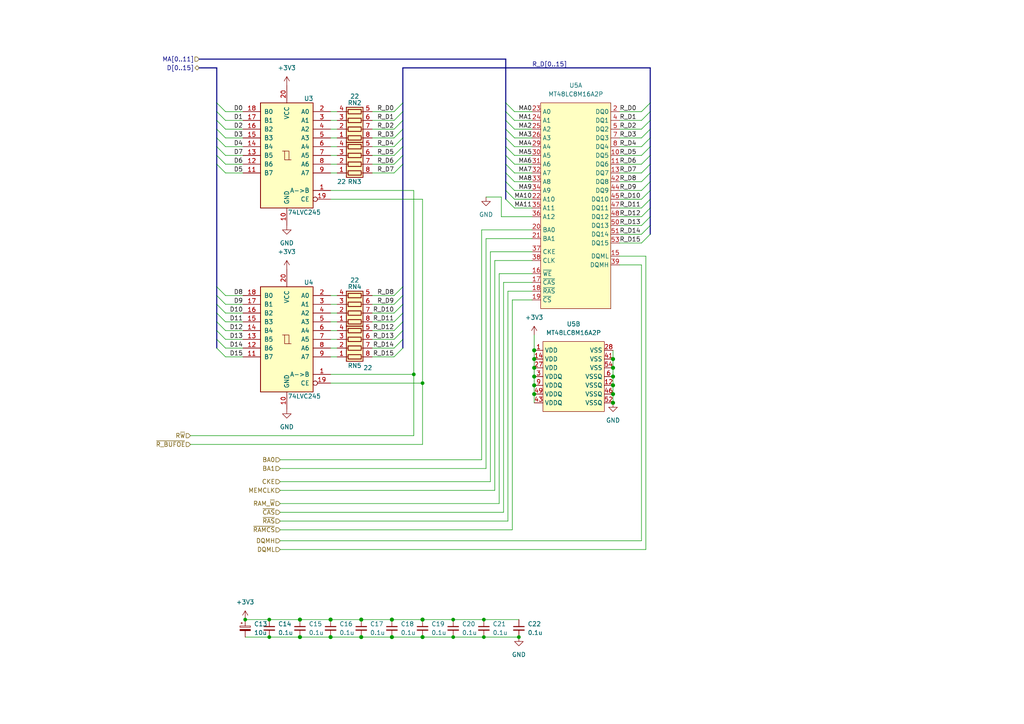
<source format=kicad_sch>
(kicad_sch (version 20211123) (generator eeschema)
  (paper "A4")
  (lib_symbols
    (symbol "74xx:74HC245" (pin_names (offset 1.016))
      (property "Reference" "U" (at -7.62 16.51 0))
      (property "Value" "74HC245" (at -7.62 -16.51 0))
      (symbol "74HC245_1_0"
        (polyline (pts (xy -0.635 -1.27) (xy -0.635 1.27) (xy 0.635 1.27)))
        (polyline (pts (xy -1.27 -1.27) (xy 0.635 -1.27) (xy 0.635 1.27) (xy 1.27 1.27)))
        (pin input line (at -12.7 -10.16 0) (length 5.08) (name "A->B") (number "1"))
        (pin power_in line (at 0 -20.32 90) (length 5.08) (name "GND") (number "10"))
        (pin tri_state line (at 12.7 -5.08 180) (length 5.08) (name "B7") (number "11"))
        (pin tri_state line (at 12.7 -2.54 180) (length 5.08) (name "B6") (number "12"))
        (pin tri_state line (at 12.7 0 180) (length 5.08) (name "B5") (number "13"))
        (pin tri_state line (at 12.7 2.54 180) (length 5.08) (name "B4") (number "14"))
        (pin tri_state line (at 12.7 5.08 180) (length 5.08) (name "B3") (number "15"))
        (pin tri_state line (at 12.7 7.62 180) (length 5.08) (name "B2") (number "16"))
        (pin tri_state line (at 12.7 10.16 180) (length 5.08) (name "B1") (number "17"))
        (pin tri_state line (at 12.7 12.7 180) (length 5.08) (name "B0") (number "18"))
        (pin input inverted (at -12.7 -12.7 0) (length 5.08) (name "CE") (number "19"))
        (pin tri_state line (at -12.7 12.7 0) (length 5.08) (name "A0") (number "2"))
        (pin power_in line (at 0 20.32 270) (length 5.08) (name "VCC") (number "20"))
        (pin tri_state line (at -12.7 10.16 0) (length 5.08) (name "A1") (number "3"))
        (pin tri_state line (at -12.7 7.62 0) (length 5.08) (name "A2") (number "4"))
        (pin tri_state line (at -12.7 5.08 0) (length 5.08) (name "A3") (number "5"))
        (pin tri_state line (at -12.7 2.54 0) (length 5.08) (name "A4") (number "6"))
        (pin tri_state line (at -12.7 0 0) (length 5.08) (name "A5") (number "7"))
        (pin tri_state line (at -12.7 -2.54 0) (length 5.08) (name "A6") (number "8"))
        (pin tri_state line (at -12.7 -5.08 0) (length 5.08) (name "A7") (number "9"))
      )
      (symbol "74HC245_1_1"
        (rectangle (start -7.62 15.24) (end 7.62 -15.24) (stroke (width 0.254)) (fill (type background)))
      )
    )
    (symbol "Device:C_Polarized_Small" (pin_numbers hide) (pin_names (offset 0.254) hide)
      (property "Reference" "C" (at 0.254 1.778 0))
      (property "Value" "C_Polarized_Small" (at 0.254 -2.032 0))
      (symbol "C_Polarized_Small_0_1"
        (rectangle (start -1.524 -0.3048) (end 1.524 -0.6858) (fill (type outline)))
        (rectangle (start -1.524 0.6858) (end 1.524 0.3048))
        (polyline (pts (xy -1.27 1.524) (xy -0.762 1.524)))
        (polyline (pts (xy -1.016 1.27) (xy -1.016 1.778)))
      )
      (symbol "C_Polarized_Small_1_1"
        (pin passive line (at 0 2.54 270) (length 1.8542) (name "~") (number "1"))
        (pin passive line (at 0 -2.54 90) (length 1.8542) (name "~") (number "2"))
      )
    )
    (symbol "Device:C_Small" (pin_numbers hide) (pin_names (offset 0.254) hide)
      (property "Reference" "C" (at 0.254 1.778 0))
      (property "Value" "C_Small" (at 0.254 -2.032 0))
      (symbol "C_Small_0_1"
        (polyline (pts (xy -1.524 -0.508) (xy 1.524 -0.508)) (stroke (width 0.3302)))
        (polyline (pts (xy -1.524 0.508) (xy 1.524 0.508)) (stroke (width 0.3048)))
      )
      (symbol "C_Small_1_1"
        (pin passive line (at 0 2.54 270) (length 2.032) (name "~") (number "1"))
        (pin passive line (at 0 -2.54 90) (length 2.032) (name "~") (number "2"))
      )
    )
    (symbol "Device:R_Pack04" (pin_names (offset 0) hide)
      (property "Reference" "RN" (at -7.62 0 90))
      (property "Value" "R_Pack04" (at 5.08 0 90))
      (symbol "R_Pack04_0_1"
        (rectangle (start -6.35 -2.413) (end 3.81 2.413) (stroke (width 0.254)) (fill (type background)))
        (rectangle (start -5.715 1.905) (end -4.445 -1.905) (stroke (width 0.254)))
        (rectangle (start -3.175 1.905) (end -1.905 -1.905) (stroke (width 0.254)))
        (rectangle (start -0.635 1.905) (end 0.635 -1.905) (stroke (width 0.254)))
        (polyline (pts (xy -5.08 -2.54) (xy -5.08 -1.905)))
        (polyline (pts (xy -5.08 1.905) (xy -5.08 2.54)))
        (polyline (pts (xy -2.54 -2.54) (xy -2.54 -1.905)))
        (polyline (pts (xy -2.54 1.905) (xy -2.54 2.54)))
        (polyline (pts (xy 0 -2.54) (xy 0 -1.905)))
        (polyline (pts (xy 0 1.905) (xy 0 2.54)))
        (polyline (pts (xy 2.54 -2.54) (xy 2.54 -1.905)))
        (polyline (pts (xy 2.54 1.905) (xy 2.54 2.54)))
        (rectangle (start 1.905 1.905) (end 3.175 -1.905) (stroke (width 0.254)))
      )
      (symbol "R_Pack04_1_1"
        (pin passive line (at -5.08 -5.08 90) (length 2.54) (name "R1.1") (number "1"))
        (pin passive line (at -2.54 -5.08 90) (length 2.54) (name "R2.1") (number "2"))
        (pin passive line (at 0 -5.08 90) (length 2.54) (name "R3.1") (number "3"))
        (pin passive line (at 2.54 -5.08 90) (length 2.54) (name "R4.1") (number "4"))
        (pin passive line (at 2.54 5.08 270) (length 2.54) (name "R4.2") (number "5"))
        (pin passive line (at 0 5.08 270) (length 2.54) (name "R3.2") (number "6"))
        (pin passive line (at -2.54 5.08 270) (length 2.54) (name "R2.2") (number "7"))
        (pin passive line (at -5.08 5.08 270) (length 2.54) (name "R1.2") (number "8"))
      )
    )
    (symbol "MT48LC8M16A2P:MT48LC8M16A2P"
      (property "Reference" "U" (at -10.16 31.75 0))
      (property "Value" "MT48LC8M16A2P" (at 0 0 90))
      (symbol "MT48LC8M16A2P_1_1"
        (rectangle (start -10.16 30.48) (end 10.16 -29.21) (stroke (width 0.1524)) (fill (type background)))
        (pin bidirectional line (at 12.7 15.24 180) (length 2.54) (name "DQ5") (number "10"))
        (pin bidirectional line (at 12.7 12.7 180) (length 2.54) (name "DQ6") (number "11"))
        (pin bidirectional line (at 12.7 10.16 180) (length 2.54) (name "DQ7") (number "13"))
        (pin input line (at 12.7 -13.97 180) (length 2.54) (name "DQML") (number "15"))
        (pin input line (at -12.7 -19.05 0) (length 2.54) (name "~{WE}") (number "16"))
        (pin input line (at -12.7 -21.59 0) (length 2.54) (name "~{CAS}") (number "17"))
        (pin input line (at -12.7 -24.13 0) (length 2.54) (name "~{RAS}") (number "18"))
        (pin input line (at -12.7 -26.67 0) (length 2.54) (name "~{CS}") (number "19"))
        (pin bidirectional line (at 12.7 27.94 180) (length 2.54) (name "DQ0") (number "2"))
        (pin input line (at -12.7 -6.35 0) (length 2.54) (name "BA0") (number "20"))
        (pin input line (at -12.7 -8.89 0) (length 2.54) (name "BA1") (number "21"))
        (pin input line (at -12.7 2.54 0) (length 2.54) (name "A10") (number "22"))
        (pin input line (at -12.7 27.94 0) (length 2.54) (name "A0") (number "23"))
        (pin input line (at -12.7 25.4 0) (length 2.54) (name "A1") (number "24"))
        (pin input line (at -12.7 22.86 0) (length 2.54) (name "A2") (number "25"))
        (pin input line (at -12.7 20.32 0) (length 2.54) (name "A3") (number "26"))
        (pin input line (at -12.7 17.78 0) (length 2.54) (name "A4") (number "29"))
        (pin input line (at -12.7 15.24 0) (length 2.54) (name "A5") (number "30"))
        (pin input line (at -12.7 12.7 0) (length 2.54) (name "A6") (number "31"))
        (pin input line (at -12.7 10.16 0) (length 2.54) (name "A7") (number "32"))
        (pin input line (at -12.7 7.62 0) (length 2.54) (name "A8") (number "33"))
        (pin input line (at -12.7 5.08 0) (length 2.54) (name "A9") (number "34"))
        (pin input line (at -12.7 0 0) (length 2.54) (name "A11") (number "35"))
        (pin input line (at -12.7 -2.54 0) (length 2.54) (name "A12") (number "36"))
        (pin input line (at -12.7 -12.7 0) (length 2.54) (name "CKE") (number "37"))
        (pin input line (at -12.7 -15.24 0) (length 2.54) (name "CLK") (number "38"))
        (pin input line (at 12.7 -16.51 180) (length 2.54) (name "DQMH") (number "39"))
        (pin bidirectional line (at 12.7 25.4 180) (length 2.54) (name "DQ1") (number "4"))
        (pin no_connect line (at 12.7 -26.67 180) (length 2.54) hide (name "NC") (number "40"))
        (pin bidirectional line (at 12.7 7.62 180) (length 2.54) (name "DQ8") (number "42"))
        (pin bidirectional line (at 12.7 5.08 180) (length 2.54) (name "DQ9") (number "44"))
        (pin bidirectional line (at 12.7 2.54 180) (length 2.54) (name "DQ10") (number "45"))
        (pin bidirectional line (at 12.7 0 180) (length 2.54) (name "DQ11") (number "47"))
        (pin bidirectional line (at 12.7 -2.54 180) (length 2.54) (name "DQ12") (number "48"))
        (pin bidirectional line (at 12.7 22.86 180) (length 2.54) (name "DQ2") (number "5"))
        (pin bidirectional line (at 12.7 -5.08 180) (length 2.54) (name "DQ13") (number "50"))
        (pin bidirectional line (at 12.7 -7.62 180) (length 2.54) (name "DQ14") (number "51"))
        (pin bidirectional line (at 12.7 -10.16 180) (length 2.54) (name "DQ15") (number "53"))
        (pin bidirectional line (at 12.7 20.32 180) (length 2.54) (name "DQ3") (number "7"))
        (pin bidirectional line (at 12.7 17.78 180) (length 2.54) (name "DQ4") (number "8"))
      )
      (symbol "MT48LC8M16A2P_2_1"
        (rectangle (start -8.89 10.16) (end 8.89 -10.16) (stroke (width 0.1524)) (fill (type background)))
        (pin power_in line (at -11.43 7.62 0) (length 2.54) (name "VDD") (number "1"))
        (pin power_in line (at 11.43 -2.54 180) (length 2.54) (name "VSSQ") (number "12"))
        (pin power_in line (at -11.43 5.08 0) (length 2.54) (name "VDD") (number "14"))
        (pin power_in line (at -11.43 2.54 0) (length 2.54) (name "VDD") (number "27"))
        (pin power_in line (at 11.43 7.62 180) (length 2.54) (name "VSS") (number "28"))
        (pin power_in line (at -11.43 0 0) (length 2.54) (name "VDDQ") (number "3"))
        (pin power_in line (at 11.43 5.08 180) (length 2.54) (name "VSS") (number "41"))
        (pin power_in line (at -11.43 -7.62 0) (length 2.54) (name "VDDQ") (number "43"))
        (pin power_in line (at 11.43 -5.08 180) (length 2.54) (name "VSSQ") (number "46"))
        (pin power_in line (at -11.43 -5.08 0) (length 2.54) (name "VDDQ") (number "49"))
        (pin power_in line (at 11.43 -7.62 180) (length 2.54) (name "VSSQ") (number "52"))
        (pin power_in line (at 11.43 2.54 180) (length 2.54) (name "VSS") (number "54"))
        (pin power_in line (at 11.43 0 180) (length 2.54) (name "VSSQ") (number "6"))
        (pin power_in line (at -11.43 -2.54 0) (length 2.54) (name "VDDQ") (number "9"))
      )
    )
    (symbol "power:+3.3V" (power) (pin_names (offset 0))
      (property "Value" "+3.3V" (at 0 3.556 0))
      (symbol "+3.3V_0_1"
        (polyline (pts (xy -0.762 1.27) (xy 0 2.54)))
        (polyline (pts (xy 0 0) (xy 0 2.54)))
        (polyline (pts (xy 0 2.54) (xy 0.762 1.27)))
      )
      (symbol "+3.3V_1_1"
        (pin power_in line (at 0 0 90) (length 0) hide (name "+3V3") (number "1"))
      )
    )
    (symbol "power:GND" (power) (pin_names (offset 0))
      (property "Value" "GND" (at 0 -3.81 0))
      (symbol "GND_0_1"
        (polyline (pts (xy 0 0) (xy 0 -1.27) (xy 1.27 -1.27) (xy 0 -2.54) (xy -1.27 -1.27) (xy 0 -1.27)))
      )
      (symbol "GND_1_1"
        (pin power_in line (at 0 0 270) (length 0) hide (name "GND") (number "1"))
      )
    )
  )
  (junction (at 154.94 104.14) (diameter 1.016))
  (junction (at 177.8 106.68) (diameter 1.016))
  (junction (at 95.885 184.785) (diameter 1.016))
  (junction (at 140.335 179.705))
  (junction (at 154.94 106.68) (diameter 1.016))
  (junction (at 120.015 108.585))
  (junction (at 177.8 116.84) (diameter 1.016))
  (junction (at 71.12 179.705))
  (junction (at 78.105 184.785))
  (junction (at 154.94 109.22) (diameter 1.016))
  (junction (at 177.8 111.76) (diameter 1.016))
  (junction (at 122.555 179.705) (diameter 1.016))
  (junction (at 86.995 179.705) (diameter 1.016))
  (junction (at 150.495 184.785))
  (junction (at 113.665 184.785) (diameter 1.016))
  (junction (at 177.8 109.22) (diameter 1.016))
  (junction (at 78.105 179.705))
  (junction (at 131.445 179.705))
  (junction (at 95.885 179.705) (diameter 1.016))
  (junction (at 104.775 179.705) (diameter 1.016))
  (junction (at 122.555 111.125))
  (junction (at 104.775 184.785) (diameter 1.016))
  (junction (at 154.94 111.76) (diameter 1.016))
  (junction (at 154.94 101.6) (diameter 1.016))
  (junction (at 177.8 104.14) (diameter 1.016))
  (junction (at 140.335 184.785))
  (junction (at 154.94 114.3) (diameter 1.016))
  (junction (at 86.995 184.785) (diameter 1.016))
  (junction (at 177.8 114.3) (diameter 1.016))
  (junction (at 131.445 184.785))
  (junction (at 113.665 179.705) (diameter 1.016))
  (junction (at 122.555 184.785) (diameter 1.016))
  (bus_entry (at 62.865 47.625) (size 2.54 2.54))
  (bus_entry (at 186.055 37.465) (size 2.54 -2.54))
  (bus_entry (at 146.685 37.465) (size 2.54 2.54))
  (bus_entry (at 62.865 45.085) (size 2.54 2.54))
  (bus_entry (at 114.3 95.885) (size 2.54 -2.54))
  (bus_entry (at 62.865 90.805) (size 2.54 2.54))
  (bus_entry (at 62.865 32.385) (size 2.54 2.54))
  (bus_entry (at 114.3 88.265) (size 2.54 -2.54))
  (bus_entry (at 146.685 34.925) (size 2.54 2.54))
  (bus_entry (at 114.3 50.165) (size 2.54 -2.54))
  (bus_entry (at 114.3 100.965) (size 2.54 -2.54))
  (bus_entry (at 62.865 95.885) (size 2.54 2.54))
  (bus_entry (at 114.3 34.925) (size 2.54 -2.54))
  (bus_entry (at 62.865 37.465) (size 2.54 2.54))
  (bus_entry (at 62.865 42.545) (size 2.54 2.54))
  (bus_entry (at 186.055 67.945) (size 2.54 -2.54))
  (bus_entry (at 146.685 40.005) (size 2.54 2.54))
  (bus_entry (at 114.3 103.505) (size 2.54 -2.54))
  (bus_entry (at 186.055 52.705) (size 2.54 -2.54))
  (bus_entry (at 62.865 83.185) (size 2.54 2.54))
  (bus_entry (at 146.685 57.785) (size 2.54 2.54))
  (bus_entry (at 62.865 40.005) (size 2.54 2.54))
  (bus_entry (at 146.685 47.625) (size 2.54 2.54))
  (bus_entry (at 186.055 47.625) (size 2.54 -2.54))
  (bus_entry (at 114.3 40.005) (size 2.54 -2.54))
  (bus_entry (at 114.3 93.345) (size 2.54 -2.54))
  (bus_entry (at 62.865 88.265) (size 2.54 2.54))
  (bus_entry (at 186.055 34.925) (size 2.54 -2.54))
  (bus_entry (at 146.685 55.245) (size 2.54 2.54))
  (bus_entry (at 114.3 47.625) (size 2.54 -2.54))
  (bus_entry (at 114.3 90.805) (size 2.54 -2.54))
  (bus_entry (at 186.055 32.385) (size 2.54 -2.54))
  (bus_entry (at 186.055 60.325) (size 2.54 -2.54))
  (bus_entry (at 62.865 100.965) (size 2.54 2.54))
  (bus_entry (at 186.055 45.085) (size 2.54 -2.54))
  (bus_entry (at 186.055 70.485) (size 2.54 -2.54))
  (bus_entry (at 186.055 65.405) (size 2.54 -2.54))
  (bus_entry (at 146.685 29.845) (size 2.54 2.54))
  (bus_entry (at 114.3 85.725) (size 2.54 -2.54))
  (bus_entry (at 146.685 45.085) (size 2.54 2.54))
  (bus_entry (at 114.3 42.545) (size 2.54 -2.54))
  (bus_entry (at 186.055 42.545) (size 2.54 -2.54))
  (bus_entry (at 146.685 50.165) (size 2.54 2.54))
  (bus_entry (at 114.3 37.465) (size 2.54 -2.54))
  (bus_entry (at 62.865 98.425) (size 2.54 2.54))
  (bus_entry (at 62.865 93.345) (size 2.54 2.54))
  (bus_entry (at 62.865 85.725) (size 2.54 2.54))
  (bus_entry (at 186.055 62.865) (size 2.54 -2.54))
  (bus_entry (at 146.685 32.385) (size 2.54 2.54))
  (bus_entry (at 186.055 57.785) (size 2.54 -2.54))
  (bus_entry (at 114.3 98.425) (size 2.54 -2.54))
  (bus_entry (at 114.3 32.385) (size 2.54 -2.54))
  (bus_entry (at 146.685 52.705) (size 2.54 2.54))
  (bus_entry (at 146.685 42.545) (size 2.54 2.54))
  (bus_entry (at 186.055 55.245) (size 2.54 -2.54))
  (bus_entry (at 114.3 45.085) (size 2.54 -2.54))
  (bus_entry (at 62.865 34.925) (size 2.54 2.54))
  (bus_entry (at 186.055 40.005) (size 2.54 -2.54))
  (bus_entry (at 62.865 29.845) (size 2.54 2.54))
  (bus_entry (at 186.055 50.165) (size 2.54 -2.54))
  (wire (pts (xy 81.28 151.13) (xy 147.32 151.13)))
  (wire (pts (xy 81.28 146.05) (xy 144.78 146.05)))
  (bus (pts (xy 62.865 98.425) (xy 62.865 100.965)))
  (wire (pts (xy 65.405 95.885) (xy 70.485 95.885)))
  (wire (pts (xy 113.665 184.785) (xy 122.555 184.785)))
  (wire (pts (xy 107.95 45.085) (xy 114.3 45.085)))
  (wire (pts (xy 107.95 103.505) (xy 114.3 103.505)))
  (bus (pts (xy 62.865 95.885) (xy 62.865 98.425)))
  (wire (pts (xy 143.51 75.565) (xy 143.51 142.24)))
  (wire (pts (xy 81.28 148.59) (xy 146.05 148.59)))
  (bus (pts (xy 62.865 40.005) (xy 62.865 42.545)))
  (bus (pts (xy 146.685 52.705) (xy 146.685 55.245)))
  (wire (pts (xy 107.95 40.005) (xy 114.3 40.005)))
  (wire (pts (xy 149.225 34.925) (xy 154.305 34.925)))
  (wire (pts (xy 95.885 103.505) (xy 97.79 103.505)))
  (bus (pts (xy 57.785 17.145) (xy 146.685 17.145)))
  (wire (pts (xy 81.28 142.24) (xy 143.51 142.24)))
  (bus (pts (xy 116.84 98.425) (xy 116.84 100.965)))
  (wire (pts (xy 154.305 79.375) (xy 144.78 79.375)))
  (bus (pts (xy 188.595 42.545) (xy 188.595 45.085)))
  (wire (pts (xy 104.775 179.705) (xy 113.665 179.705)))
  (wire (pts (xy 86.995 184.785) (xy 95.885 184.785)))
  (wire (pts (xy 154.94 97.155) (xy 154.94 101.6)))
  (wire (pts (xy 107.95 47.625) (xy 114.3 47.625)))
  (bus (pts (xy 146.685 50.165) (xy 146.685 52.705)))
  (bus (pts (xy 146.685 29.845) (xy 146.685 32.385)))
  (wire (pts (xy 65.405 45.085) (xy 70.485 45.085)))
  (wire (pts (xy 177.8 109.22) (xy 177.8 111.76)))
  (wire (pts (xy 148.59 86.995) (xy 148.59 153.67)))
  (wire (pts (xy 122.555 184.785) (xy 131.445 184.785)))
  (wire (pts (xy 81.28 139.7) (xy 142.24 139.7)))
  (wire (pts (xy 81.28 153.67) (xy 148.59 153.67)))
  (wire (pts (xy 95.885 85.725) (xy 97.79 85.725)))
  (wire (pts (xy 149.225 52.705) (xy 154.305 52.705)))
  (wire (pts (xy 107.95 88.265) (xy 114.3 88.265)))
  (wire (pts (xy 65.405 100.965) (xy 70.485 100.965)))
  (bus (pts (xy 188.595 62.865) (xy 188.595 65.405)))
  (wire (pts (xy 140.335 179.705) (xy 150.495 179.705)))
  (wire (pts (xy 179.705 45.085) (xy 186.055 45.085)))
  (wire (pts (xy 186.055 76.835) (xy 186.055 156.845)))
  (wire (pts (xy 179.705 74.295) (xy 187.325 74.295)))
  (bus (pts (xy 116.84 34.925) (xy 116.84 37.465)))
  (wire (pts (xy 179.705 42.545) (xy 186.055 42.545)))
  (wire (pts (xy 65.405 40.005) (xy 70.485 40.005)))
  (bus (pts (xy 116.84 29.845) (xy 116.84 32.385)))
  (wire (pts (xy 179.705 76.835) (xy 186.055 76.835)))
  (bus (pts (xy 188.595 34.925) (xy 188.595 37.465)))
  (wire (pts (xy 95.885 90.805) (xy 97.79 90.805)))
  (bus (pts (xy 62.865 29.845) (xy 62.865 32.385)))
  (bus (pts (xy 146.685 40.005) (xy 146.685 42.545)))
  (wire (pts (xy 179.705 50.165) (xy 186.055 50.165)))
  (bus (pts (xy 62.865 37.465) (xy 62.865 40.005)))
  (wire (pts (xy 95.885 95.885) (xy 97.79 95.885)))
  (wire (pts (xy 95.885 45.085) (xy 97.79 45.085)))
  (wire (pts (xy 154.94 106.68) (xy 154.94 109.22)))
  (wire (pts (xy 154.305 69.215) (xy 140.97 69.215)))
  (bus (pts (xy 116.84 19.685) (xy 116.84 29.845)))
  (wire (pts (xy 104.775 184.785) (xy 113.665 184.785)))
  (wire (pts (xy 154.94 111.76) (xy 154.94 114.3)))
  (bus (pts (xy 116.84 95.885) (xy 116.84 98.425)))
  (wire (pts (xy 65.405 47.625) (xy 70.485 47.625)))
  (wire (pts (xy 71.12 179.705) (xy 78.105 179.705)))
  (wire (pts (xy 65.405 50.165) (xy 70.485 50.165)))
  (wire (pts (xy 154.305 84.455) (xy 147.32 84.455)))
  (bus (pts (xy 146.685 37.465) (xy 146.685 40.005)))
  (bus (pts (xy 62.865 19.685) (xy 62.865 29.845)))
  (wire (pts (xy 177.8 104.14) (xy 177.8 106.68)))
  (wire (pts (xy 95.885 184.785) (xy 104.775 184.785)))
  (bus (pts (xy 116.84 47.625) (xy 116.84 83.185)))
  (wire (pts (xy 95.885 57.785) (xy 122.555 57.785)))
  (bus (pts (xy 62.865 42.545) (xy 62.865 45.085)))
  (bus (pts (xy 116.84 88.265) (xy 116.84 90.805)))
  (wire (pts (xy 179.705 60.325) (xy 186.055 60.325)))
  (bus (pts (xy 62.865 32.385) (xy 62.865 34.925)))
  (wire (pts (xy 107.95 32.385) (xy 114.3 32.385)))
  (wire (pts (xy 95.885 32.385) (xy 97.79 32.385)))
  (wire (pts (xy 120.015 55.245) (xy 120.015 108.585)))
  (wire (pts (xy 65.405 37.465) (xy 70.485 37.465)))
  (bus (pts (xy 62.865 34.925) (xy 62.865 37.465)))
  (wire (pts (xy 95.885 98.425) (xy 97.79 98.425)))
  (wire (pts (xy 122.555 179.705) (xy 131.445 179.705)))
  (bus (pts (xy 116.84 45.085) (xy 116.84 47.625)))
  (wire (pts (xy 65.405 98.425) (xy 70.485 98.425)))
  (bus (pts (xy 62.865 83.185) (xy 62.865 85.725)))
  (wire (pts (xy 131.445 179.705) (xy 140.335 179.705)))
  (wire (pts (xy 139.7 66.675) (xy 139.7 133.35)))
  (wire (pts (xy 78.105 184.785) (xy 86.995 184.785)))
  (bus (pts (xy 188.595 29.845) (xy 188.595 32.385)))
  (wire (pts (xy 107.95 90.805) (xy 114.3 90.805)))
  (bus (pts (xy 62.865 45.085) (xy 62.865 47.625)))
  (wire (pts (xy 179.705 67.945) (xy 186.055 67.945)))
  (wire (pts (xy 78.105 179.705) (xy 86.995 179.705)))
  (wire (pts (xy 65.405 90.805) (xy 70.485 90.805)))
  (bus (pts (xy 116.84 90.805) (xy 116.84 93.345)))
  (bus (pts (xy 62.865 90.805) (xy 62.865 93.345)))
  (bus (pts (xy 62.865 85.725) (xy 62.865 88.265)))
  (wire (pts (xy 95.885 34.925) (xy 97.79 34.925)))
  (bus (pts (xy 188.595 45.085) (xy 188.595 47.625)))
  (bus (pts (xy 116.84 93.345) (xy 116.84 95.885)))
  (wire (pts (xy 122.555 111.125) (xy 122.555 128.905)))
  (wire (pts (xy 107.95 95.885) (xy 114.3 95.885)))
  (wire (pts (xy 120.015 108.585) (xy 120.015 126.365)))
  (wire (pts (xy 65.405 42.545) (xy 70.485 42.545)))
  (wire (pts (xy 86.995 179.705) (xy 95.885 179.705)))
  (wire (pts (xy 65.405 85.725) (xy 70.485 85.725)))
  (bus (pts (xy 62.865 93.345) (xy 62.865 95.885)))
  (bus (pts (xy 116.84 37.465) (xy 116.84 40.005)))
  (bus (pts (xy 146.685 47.625) (xy 146.685 50.165)))
  (bus (pts (xy 146.685 32.385) (xy 146.685 34.925)))
  (bus (pts (xy 62.865 88.265) (xy 62.865 90.805)))
  (wire (pts (xy 55.245 126.365) (xy 120.015 126.365)))
  (bus (pts (xy 146.685 34.925) (xy 146.685 37.465)))
  (wire (pts (xy 81.28 133.35) (xy 139.7 133.35)))
  (bus (pts (xy 188.595 29.845) (xy 188.595 19.685)))
  (wire (pts (xy 140.97 69.215) (xy 140.97 135.89)))
  (wire (pts (xy 147.32 84.455) (xy 147.32 151.13)))
  (wire (pts (xy 154.305 66.675) (xy 139.7 66.675)))
  (wire (pts (xy 65.405 103.505) (xy 70.485 103.505)))
  (wire (pts (xy 144.78 79.375) (xy 144.78 146.05)))
  (wire (pts (xy 143.51 75.565) (xy 154.305 75.565)))
  (bus (pts (xy 146.685 17.145) (xy 146.685 29.845)))
  (wire (pts (xy 107.95 100.965) (xy 114.3 100.965)))
  (wire (pts (xy 95.885 42.545) (xy 97.79 42.545)))
  (wire (pts (xy 177.8 114.3) (xy 177.8 116.84)))
  (wire (pts (xy 107.95 37.465) (xy 114.3 37.465)))
  (bus (pts (xy 146.685 45.085) (xy 146.685 47.625)))
  (wire (pts (xy 149.225 42.545) (xy 154.305 42.545)))
  (bus (pts (xy 116.84 40.005) (xy 116.84 42.545)))
  (wire (pts (xy 154.94 101.6) (xy 154.94 104.14)))
  (bus (pts (xy 188.595 55.245) (xy 188.595 57.785)))
  (wire (pts (xy 179.705 32.385) (xy 186.055 32.385)))
  (wire (pts (xy 154.94 109.22) (xy 154.94 111.76)))
  (bus (pts (xy 188.595 37.465) (xy 188.595 40.005)))
  (wire (pts (xy 131.445 184.785) (xy 140.335 184.785)))
  (wire (pts (xy 179.705 70.485) (xy 186.055 70.485)))
  (wire (pts (xy 81.28 159.385) (xy 187.325 159.385)))
  (wire (pts (xy 177.8 101.6) (xy 177.8 104.14)))
  (bus (pts (xy 188.595 60.325) (xy 188.595 62.865)))
  (wire (pts (xy 65.405 32.385) (xy 70.485 32.385)))
  (wire (pts (xy 95.885 55.245) (xy 120.015 55.245)))
  (wire (pts (xy 149.225 50.165) (xy 154.305 50.165)))
  (bus (pts (xy 146.685 55.245) (xy 146.685 57.785)))
  (wire (pts (xy 95.885 88.265) (xy 97.79 88.265)))
  (wire (pts (xy 95.885 93.345) (xy 97.79 93.345)))
  (bus (pts (xy 116.84 83.185) (xy 116.84 85.725)))
  (wire (pts (xy 140.97 57.15) (xy 145.415 57.15)))
  (bus (pts (xy 188.595 57.785) (xy 188.595 60.325)))
  (wire (pts (xy 146.05 81.915) (xy 146.05 148.59)))
  (wire (pts (xy 107.95 93.345) (xy 114.3 93.345)))
  (wire (pts (xy 95.885 111.125) (xy 122.555 111.125)))
  (wire (pts (xy 179.705 57.785) (xy 186.055 57.785)))
  (wire (pts (xy 122.555 57.785) (xy 122.555 111.125)))
  (wire (pts (xy 95.885 50.165) (xy 97.79 50.165)))
  (bus (pts (xy 188.595 32.385) (xy 188.595 34.925)))
  (bus (pts (xy 146.685 42.545) (xy 146.685 45.085)))
  (bus (pts (xy 116.84 32.385) (xy 116.84 34.925)))
  (wire (pts (xy 149.225 32.385) (xy 154.305 32.385)))
  (wire (pts (xy 145.415 62.865) (xy 145.415 57.15)))
  (wire (pts (xy 149.225 40.005) (xy 154.305 40.005)))
  (wire (pts (xy 154.305 62.865) (xy 145.415 62.865)))
  (wire (pts (xy 95.885 108.585) (xy 120.015 108.585)))
  (wire (pts (xy 149.225 60.325) (xy 154.305 60.325)))
  (bus (pts (xy 57.785 19.685) (xy 62.865 19.685)))
  (wire (pts (xy 179.705 40.005) (xy 186.055 40.005)))
  (bus (pts (xy 116.84 42.545) (xy 116.84 45.085)))
  (wire (pts (xy 179.705 34.925) (xy 186.055 34.925)))
  (wire (pts (xy 179.705 52.705) (xy 186.055 52.705)))
  (wire (pts (xy 149.225 55.245) (xy 154.305 55.245)))
  (wire (pts (xy 95.885 40.005) (xy 97.79 40.005)))
  (bus (pts (xy 188.595 50.165) (xy 188.595 52.705)))
  (wire (pts (xy 95.885 37.465) (xy 97.79 37.465)))
  (wire (pts (xy 149.225 57.785) (xy 154.305 57.785)))
  (wire (pts (xy 65.405 88.265) (xy 70.485 88.265)))
  (wire (pts (xy 55.245 128.905) (xy 122.555 128.905)))
  (wire (pts (xy 179.705 62.865) (xy 186.055 62.865)))
  (wire (pts (xy 107.95 98.425) (xy 114.3 98.425)))
  (wire (pts (xy 179.705 65.405) (xy 186.055 65.405)))
  (wire (pts (xy 179.705 55.245) (xy 186.055 55.245)))
  (wire (pts (xy 142.24 73.025) (xy 142.24 139.7)))
  (wire (pts (xy 149.225 37.465) (xy 154.305 37.465)))
  (wire (pts (xy 154.305 86.995) (xy 148.59 86.995)))
  (wire (pts (xy 65.405 93.345) (xy 70.485 93.345)))
  (wire (pts (xy 95.885 100.965) (xy 97.79 100.965)))
  (wire (pts (xy 179.705 47.625) (xy 186.055 47.625)))
  (bus (pts (xy 188.595 52.705) (xy 188.595 55.245)))
  (bus (pts (xy 188.595 65.405) (xy 188.595 67.945)))
  (bus (pts (xy 116.84 85.725) (xy 116.84 88.265)))
  (wire (pts (xy 81.28 156.845) (xy 186.055 156.845)))
  (wire (pts (xy 81.28 135.89) (xy 140.97 135.89)))
  (wire (pts (xy 107.95 42.545) (xy 114.3 42.545)))
  (wire (pts (xy 154.305 73.025) (xy 142.24 73.025)))
  (wire (pts (xy 177.8 106.68) (xy 177.8 109.22)))
  (wire (pts (xy 107.95 34.925) (xy 114.3 34.925)))
  (bus (pts (xy 188.595 19.685) (xy 116.84 19.685)))
  (wire (pts (xy 107.95 85.725) (xy 114.3 85.725)))
  (wire (pts (xy 95.885 47.625) (xy 97.79 47.625)))
  (wire (pts (xy 149.225 45.085) (xy 154.305 45.085)))
  (wire (pts (xy 149.225 47.625) (xy 154.305 47.625)))
  (wire (pts (xy 154.94 104.14) (xy 154.94 106.68)))
  (wire (pts (xy 71.12 184.785) (xy 78.105 184.785)))
  (wire (pts (xy 113.665 179.705) (xy 122.555 179.705)))
  (wire (pts (xy 187.325 74.295) (xy 187.325 159.385)))
  (bus (pts (xy 62.865 47.625) (xy 62.865 83.185)))
  (wire (pts (xy 140.335 184.785) (xy 150.495 184.785)))
  (bus (pts (xy 188.595 40.005) (xy 188.595 42.545)))
  (wire (pts (xy 154.94 114.3) (xy 154.94 116.84)))
  (wire (pts (xy 154.305 81.915) (xy 146.05 81.915)))
  (wire (pts (xy 65.405 34.925) (xy 70.485 34.925)))
  (wire (pts (xy 95.885 179.705) (xy 104.775 179.705)))
  (wire (pts (xy 179.705 37.465) (xy 186.055 37.465)))
  (wire (pts (xy 177.8 111.76) (xy 177.8 114.3)))
  (wire (pts (xy 107.95 50.165) (xy 114.3 50.165)))
  (bus (pts (xy 188.595 47.625) (xy 188.595 50.165)))
  (label "D7" (at 70.485 45.085 180))
  (label "R_D6" (at 114.3 47.625 180))
  (label "R_D15" (at 179.705 70.485 0))
  (label "R_D4" (at 179.705 42.545 0))
  (label "R_D13" (at 114.3 98.425 180))
  (label "MA11" (at 154.305 60.325 180))
  (label "R_D13" (at 179.705 65.405 0))
  (label "D10" (at 70.485 90.805 180))
  (label "R_D9" (at 179.705 55.245 0))
  (label "D12" (at 70.485 95.885 180))
  (label "R_D11" (at 179.705 60.325 0))
  (label "R_D0" (at 179.705 32.385 0))
  (label "R_D9" (at 114.3 88.265 180))
  (label "R_D14" (at 114.3 100.965 180))
  (label "MA8" (at 154.305 52.705 180))
  (label "R_D7" (at 179.705 50.165 0))
  (label "R_D10" (at 114.3 90.805 180))
  (label "R_D8" (at 114.3 85.725 180))
  (label "MA6" (at 154.305 47.625 180))
  (label "R_D2" (at 114.3 37.465 180))
  (label "MA1" (at 154.305 34.925 180))
  (label "D8" (at 70.485 85.725 180))
  (label "R_D[0..15]" (at 154.305 19.685 0))
  (label "R_D5" (at 114.3 45.085 180))
  (label "D13" (at 70.485 98.425 180))
  (label "D14" (at 70.485 100.965 180))
  (label "D1" (at 70.485 34.925 180))
  (label "MA0" (at 154.305 32.385 180))
  (label "R_D7" (at 114.3 50.165 180))
  (label "R_D2" (at 179.705 37.465 0))
  (label "D3" (at 70.485 40.005 180))
  (label "MA10" (at 154.305 57.785 180))
  (label "R_D6" (at 179.705 47.625 0))
  (label "R_D14" (at 179.705 67.945 0))
  (label "MA3" (at 154.305 40.005 180))
  (label "R_D3" (at 114.3 40.005 180))
  (label "R_D8" (at 179.705 52.705 0))
  (label "D0" (at 70.485 32.385 180))
  (label "MA4" (at 154.305 42.545 180))
  (label "R_D1" (at 114.3 34.925 180))
  (label "R_D10" (at 179.705 57.785 0))
  (label "R_D1" (at 179.705 34.925 0))
  (label "D11" (at 70.485 93.345 180))
  (label "MA5" (at 154.305 45.085 180))
  (label "R_D4" (at 114.3 42.545 180))
  (label "MA9" (at 154.305 55.245 180))
  (label "MA7" (at 154.305 50.165 180))
  (label "R_D5" (at 179.705 45.085 0))
  (label "R_D15" (at 114.3 103.505 180))
  (label "R_D0" (at 114.3 32.385 180))
  (label "D4" (at 70.485 42.545 180))
  (label "D2" (at 70.485 37.465 180))
  (label "R_D12" (at 114.3 95.885 180))
  (label "R_D12" (at 179.705 62.865 0))
  (label "MA2" (at 154.305 37.465 180))
  (label "R_D11" (at 114.3 93.345 180))
  (label "R_D3" (at 179.705 40.005 0))
  (label "D9" (at 70.485 88.265 180))
  (label "D15" (at 70.485 103.505 180))
  (label "D5" (at 70.485 50.165 180))
  (label "D6" (at 70.485 47.625 180))
  (hierarchical_label "RAM_~{W}" (shape input) (at 81.28 146.05 180))
  (hierarchical_label "BA1" (shape input) (at 81.28 135.89 180))
  (hierarchical_label "BA0" (shape input) (at 81.28 133.35 180))
  (hierarchical_label "DQML" (shape input) (at 81.28 159.385 180))
  (hierarchical_label "DQMH" (shape input) (at 81.28 156.845 180))
  (hierarchical_label "MEMCLK" (shape input) (at 81.28 142.24 180))
  (hierarchical_label "~{CAS}" (shape input) (at 81.28 148.59 180))
  (hierarchical_label "MA[0..11]" (shape input) (at 57.785 17.145 180))
  (hierarchical_label "~{R_BUFOE}" (shape input) (at 55.245 128.905 180))
  (hierarchical_label "~{RAMCS}" (shape input) (at 81.28 153.67 180))
  (hierarchical_label "R~{W}" (shape input) (at 55.245 126.365 180))
  (hierarchical_label "D[0..15]" (shape bidirectional) (at 57.785 19.685 180))
  (hierarchical_label "CKE" (shape input) (at 81.28 139.7 180))
  (hierarchical_label "~{RAS}" (shape input) (at 81.28 151.13 180))
  (symbol (lib_id "Device:C_Small") (at 86.995 182.245 0) (unit 1)
    (property "Reference" "C15" (at 89.535 180.9749 0) (effects (justify left)))
    (property "Value" "0.1u" (at 89.535 183.5149 0) (effects (justify left)))
    (property "Footprint" "Capacitor_SMD:C_0603_1608Metric" (effects hide))
    (property "LCSC #" "C14663" (effects hide))
  )
  (symbol (lib_id "Device:C_Polarized_Small") (at 71.12 182.245 0) (unit 1)
    (property "Reference" "C13" (at 73.66 180.9749 0) (effects (justify left)))
    (property "Value" "10u" (at 73.66 183.5149 0) (effects (justify left)))
    (property "Footprint" "Capacitor_Tantalum_SMD:CP_EIA-3216-18_Kemet-A" (effects hide))
    (property "LCSC #" "C7171" (effects hide))
  )
  (symbol (lib_id "power:+3.3V") (at 83.185 78.105 0) (unit 1)
    (property "Reference" "#PWR0129" (effects hide))
    (property "Value" "+3.3V" (at 83.185 73.025 0))
  )
  (symbol (lib_id "Device:C_Small") (at 78.105 182.245 0) (unit 1)
    (property "Reference" "C14" (at 80.645 180.9749 0) (effects (justify left)))
    (property "Value" "0.1u" (at 80.645 183.5149 0) (effects (justify left)))
    (property "Footprint" "Capacitor_SMD:C_0603_1608Metric" (effects hide))
    (property "LCSC #" "C14663" (effects hide))
  )
  (symbol (lib_id "74xx:74HC245") (at 83.185 98.425 0) (mirror y) (unit 1)
    (property "Reference" "U4" (at 89.535 81.915 0))
    (property "Value" "74LVC245" (at 88.265 114.935 0))
    (property "Footprint" "Package_SO:TSSOP-20_4.4x6.5mm_P0.65mm" (effects hide))
    (property "Datasheet" "http://www.ti.com/lit/gpn/sn74HC245" (effects hide))
    (property "LCSC #" "C7848" (effects hide))
  )
  (symbol (lib_id "Device:C_Small") (at 104.775 182.245 0) (unit 1)
    (property "Reference" "C17" (at 107.315 180.9749 0) (effects (justify left)))
    (property "Value" "0.1u" (at 107.315 183.5149 0) (effects (justify left)))
    (property "Footprint" "Capacitor_SMD:C_0603_1608Metric" (effects hide))
    (property "LCSC #" "C14663" (effects hide))
  )
  (symbol (lib_id "MT48LC8M16A2P:MT48LC8M16A2P") (at 167.005 60.325 0) (unit 1)
    (property "Reference" "U5" (at 167.005 24.765 0))
    (property "Value" "MT48LC8M16A2P" (at 167.005 27.305 0))
    (property "Footprint" "Package_SO:TSOP-II-54_22.2x10.16mm_P0.8mm" (effects hide))
    (property "Datasheet" "https://media.digikey.com/pdf/Data%20Sheets/Micron%20Technology%20Inc%20PDFs/MT48LC%208M16A2,16M8A2,32M4A2.pdf" (effects hide))
    (property "LCSC #" "C367430" (effects hide))
  )
  (symbol (lib_id "Device:C_Small") (at 95.885 182.245 0) (unit 1)
    (property "Reference" "C16" (at 98.425 180.9749 0) (effects (justify left)))
    (property "Value" "0.1u" (at 98.425 183.5149 0) (effects (justify left)))
    (property "Footprint" "Capacitor_SMD:C_0603_1608Metric" (effects hide))
    (property "LCSC #" "C14663" (effects hide))
  )
  (symbol (lib_id "Device:R_Pack04") (at 102.87 45.085 270) (mirror x) (unit 1)
    (property "Reference" "RN3" (at 102.87 52.705 90))
    (property "Value" "22" (at 99.06 52.705 90))
    (property "Footprint" "Resistor_SMD:R_Array_Convex_4x0603" (effects hide))
    (property "LCSC #" "C107373" (effects hide))
  )
  (symbol (lib_id "power:GND") (at 177.8 116.84 0) (unit 1)
    (property "Reference" "#PWR0127" (effects hide))
    (property "Value" "GND" (at 177.8 121.92 0))
  )
  (symbol (lib_id "power:+3.3V") (at 154.94 97.155 0) (unit 1)
    (property "Reference" "#PWR0132" (effects hide))
    (property "Value" "+3.3V" (at 154.94 92.075 0))
  )
  (symbol (lib_id "Device:R_Pack04") (at 102.87 34.925 270) (mirror x) (unit 1)
    (property "Reference" "RN2" (at 102.87 29.845 90))
    (property "Value" "22" (at 102.87 27.94 90))
    (property "Footprint" "Resistor_SMD:R_Array_Convex_4x0603" (effects hide))
    (property "LCSC #" "C107373" (effects hide))
  )
  (symbol (lib_id "power:+3.3V") (at 83.185 24.765 0) (unit 1)
    (property "Reference" "#PWR0133" (effects hide))
    (property "Value" "+3.3V" (at 83.185 19.685 0))
  )
  (symbol (lib_id "Device:C_Small") (at 113.665 182.245 0) (unit 1)
    (property "Reference" "C18" (at 116.205 180.9749 0) (effects (justify left)))
    (property "Value" "0.1u" (at 116.205 183.5149 0) (effects (justify left)))
    (property "Footprint" "Capacitor_SMD:C_0603_1608Metric" (effects hide))
    (property "LCSC #" "C14663" (effects hide))
  )
  (symbol (lib_id "74xx:74HC245") (at 83.185 45.085 0) (mirror y) (unit 1)
    (property "Reference" "U3" (at 89.535 28.575 0))
    (property "Value" "74LVC245" (at 88.265 61.595 0))
    (property "Footprint" "Package_SO:TSSOP-20_4.4x6.5mm_P0.65mm" (effects hide))
    (property "Datasheet" "http://www.ti.com/lit/gpn/sn74HC245" (effects hide))
    (property "LCSC #" "C7848" (effects hide))
  )
  (symbol (lib_id "power:GND") (at 83.185 65.405 0) (unit 1)
    (property "Reference" "#PWR0130" (effects hide))
    (property "Value" "GND" (at 83.185 70.485 0))
  )
  (symbol (lib_id "Device:C_Small") (at 150.495 182.245 0) (unit 1)
    (property "Reference" "C22" (at 153.035 180.9749 0) (effects (justify left)))
    (property "Value" "0.1u" (at 153.035 183.5149 0) (effects (justify left)))
    (property "Footprint" "Capacitor_SMD:C_0603_1608Metric" (effects hide))
    (property "LCSC #" "C14663" (effects hide))
  )
  (symbol (lib_id "Device:R_Pack04") (at 102.87 88.265 270) (mirror x) (unit 1)
    (property "Reference" "RN4" (at 102.87 83.185 90))
    (property "Value" "22" (at 102.87 81.28 90))
    (property "Footprint" "Resistor_SMD:R_Array_Convex_4x0603" (effects hide))
    (property "LCSC #" "C107373" (effects hide))
  )
  (symbol (lib_id "Device:C_Small") (at 131.445 182.245 0) (unit 1)
    (property "Reference" "C20" (at 133.985 180.9749 0) (effects (justify left)))
    (property "Value" "0.1u" (at 133.985 183.5149 0) (effects (justify left)))
    (property "Footprint" "Capacitor_SMD:C_0603_1608Metric" (effects hide))
    (property "LCSC #" "C14663" (effects hide))
  )
  (symbol (lib_id "power:+3.3V") (at 71.12 179.705 0) (unit 1)
    (property "Reference" "#PWR0128" (effects hide))
    (property "Value" "+3.3V" (at 71.12 174.625 0))
  )
  (symbol (lib_id "power:GND") (at 150.495 184.785 0) (unit 1)
    (property "Reference" "#PWR0125" (effects hide))
    (property "Value" "GND" (at 150.495 189.865 0))
  )
  (symbol (lib_id "power:GND") (at 83.185 118.745 0) (unit 1)
    (property "Reference" "#PWR0126" (effects hide))
    (property "Value" "GND" (at 83.185 123.825 0))
  )
  (symbol (lib_id "Device:C_Small") (at 140.335 182.245 0) (unit 1)
    (property "Reference" "C21" (at 142.875 180.9749 0) (effects (justify left)))
    (property "Value" "0.1u" (at 142.875 183.5149 0) (effects (justify left)))
    (property "Footprint" "Capacitor_SMD:C_0603_1608Metric" (effects hide))
    (property "LCSC #" "C14663" (effects hide))
  )
  (symbol (lib_id "MT48LC8M16A2P:MT48LC8M16A2P") (at 166.37 109.22 0) (unit 2)
    (property "Reference" "U5" (at 166.37 93.98 0))
    (property "Value" "MT48LC8M16A2P" (at 166.37 96.52 0))
    (property "Footprint" "Package_SO:TSOP-II-54_22.2x10.16mm_P0.8mm" (effects hide))
    (property "Datasheet" "https://media.digikey.com/pdf/Data%20Sheets/Micron%20Technology%20Inc%20PDFs/MT48LC%208M16A2,16M8A2,32M4A2.pdf" (effects hide))
    (property "LCSC #" "C367430" (effects hide))
  )
  (symbol (lib_id "Device:C_Small") (at 122.555 182.245 0) (unit 1)
    (property "Reference" "C19" (at 125.095 180.9749 0) (effects (justify left)))
    (property "Value" "0.1u" (at 125.095 183.5149 0) (effects (justify left)))
    (property "Footprint" "Capacitor_SMD:C_0603_1608Metric" (effects hide))
    (property "LCSC #" "C14663" (effects hide))
  )
  (symbol (lib_id "Device:R_Pack04") (at 102.87 98.425 270) (mirror x) (unit 1)
    (property "Reference" "RN5" (at 102.87 106.045 90))
    (property "Value" "22" (at 106.68 106.68 90))
    (property "Footprint" "Resistor_SMD:R_Array_Convex_4x0603" (effects hide))
    (property "LCSC #" "C107373" (effects hide))
  )
  (symbol (lib_id "power:GND") (at 140.97 57.15 0) (unit 1)
    (property "Reference" "#PWR0131" (effects hide))
    (property "Value" "GND" (at 140.97 62.23 0))
  )
)
</source>
